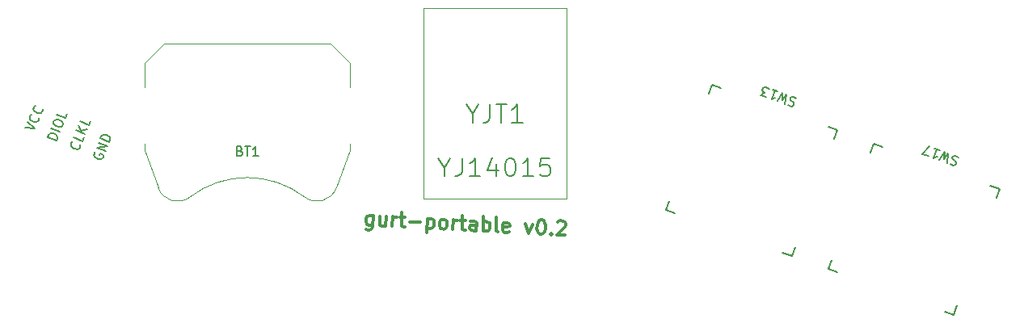
<source format=gbr>
%TF.GenerationSoftware,KiCad,Pcbnew,(6.0.4)*%
%TF.CreationDate,2022-07-13T14:09:53+02:00*%
%TF.ProjectId,kicad,6b696361-642e-46b6-9963-61645f706362,v 0.2*%
%TF.SameCoordinates,Original*%
%TF.FileFunction,Legend,Top*%
%TF.FilePolarity,Positive*%
%FSLAX46Y46*%
G04 Gerber Fmt 4.6, Leading zero omitted, Abs format (unit mm)*
G04 Created by KiCad (PCBNEW (6.0.4)) date 2022-07-13 14:09:53*
%MOMM*%
%LPD*%
G01*
G04 APERTURE LIST*
%ADD10C,0.300000*%
%ADD11C,0.150000*%
%ADD12C,0.152400*%
%ADD13C,0.100000*%
G04 APERTURE END LIST*
D10*
X137180184Y-132018736D02*
X137116633Y-133231357D01*
X137037826Y-133370281D01*
X136962757Y-133437873D01*
X136816357Y-133501727D01*
X136602365Y-133490512D01*
X136463442Y-133411705D01*
X137131586Y-132946035D02*
X136985186Y-133009889D01*
X136699864Y-132994936D01*
X136560941Y-132916128D01*
X136493348Y-132841059D01*
X136429494Y-132694660D01*
X136451924Y-132266676D01*
X136530731Y-132127753D01*
X136605800Y-132060160D01*
X136752200Y-131996306D01*
X137037522Y-132011259D01*
X137176446Y-132090067D01*
X138535467Y-132089763D02*
X138483131Y-133088393D01*
X137893491Y-132056119D02*
X137852370Y-132840756D01*
X137916224Y-132987156D01*
X138055147Y-133065963D01*
X138269139Y-133077178D01*
X138415538Y-133013324D01*
X138490607Y-132945731D01*
X139196438Y-133125776D02*
X139248774Y-132127146D01*
X139233820Y-132412469D02*
X139312628Y-132273546D01*
X139387697Y-132205953D01*
X139534096Y-132142099D01*
X139676758Y-132149576D01*
X139962080Y-132164529D02*
X140532726Y-132194435D01*
X140202240Y-131676429D02*
X140134951Y-132960381D01*
X140198805Y-133106781D01*
X140337728Y-133185588D01*
X140480390Y-133193065D01*
X141009611Y-132648587D02*
X142150902Y-132708400D01*
X142886638Y-132317798D02*
X142808134Y-133815743D01*
X142882900Y-132389129D02*
X143029300Y-132325275D01*
X143314622Y-132340228D01*
X143453545Y-132419035D01*
X143521138Y-132494104D01*
X143584992Y-132640504D01*
X143562562Y-133068488D01*
X143483755Y-133207411D01*
X143408686Y-133275004D01*
X143262286Y-133338858D01*
X142976964Y-133323905D01*
X142838041Y-133245097D01*
X144403577Y-133398670D02*
X144264654Y-133319863D01*
X144197062Y-133244794D01*
X144133208Y-133098394D01*
X144155637Y-132670410D01*
X144234445Y-132531487D01*
X144309514Y-132463895D01*
X144455913Y-132400041D01*
X144669905Y-132411256D01*
X144808828Y-132490063D01*
X144876421Y-132565132D01*
X144940275Y-132711531D01*
X144917845Y-133139515D01*
X144839038Y-133278439D01*
X144763969Y-133346031D01*
X144617569Y-133409885D01*
X144403577Y-133398670D01*
X145544868Y-133458483D02*
X145597204Y-132459853D01*
X145582251Y-132745176D02*
X145661058Y-132606253D01*
X145736127Y-132538660D01*
X145882527Y-132474806D01*
X146025188Y-132482283D01*
X146310511Y-132497236D02*
X146881156Y-132527142D01*
X146550671Y-132009136D02*
X146483382Y-133293088D01*
X146547236Y-133439488D01*
X146686159Y-133518295D01*
X146828820Y-133525772D01*
X147970111Y-133585584D02*
X148011232Y-132800947D01*
X147947378Y-132654547D01*
X147808455Y-132575740D01*
X147523133Y-132560787D01*
X147376733Y-132624641D01*
X147973850Y-133514254D02*
X147827450Y-133578108D01*
X147470797Y-133559416D01*
X147331874Y-133480609D01*
X147268019Y-133334209D01*
X147275496Y-133191548D01*
X147354303Y-133052625D01*
X147500703Y-132988771D01*
X147857356Y-133007462D01*
X148003756Y-132943608D01*
X148683418Y-133622967D02*
X148761922Y-132125023D01*
X148732016Y-132695668D02*
X148878416Y-132631814D01*
X149163738Y-132646767D01*
X149302661Y-132725575D01*
X149370254Y-132800644D01*
X149434108Y-132947043D01*
X149411678Y-133375027D01*
X149332871Y-133513950D01*
X149257802Y-133581543D01*
X149111402Y-133645397D01*
X148826080Y-133630444D01*
X148687156Y-133551636D01*
X150252693Y-133705209D02*
X150113770Y-133626402D01*
X150049916Y-133480003D01*
X150117205Y-132196050D01*
X151397722Y-133693691D02*
X151251323Y-133757545D01*
X150966000Y-133742592D01*
X150827077Y-133663785D01*
X150763223Y-133517385D01*
X150793129Y-132946740D01*
X150871936Y-132807817D01*
X151018336Y-132743963D01*
X151303659Y-132758916D01*
X151442582Y-132837723D01*
X151506436Y-132984123D01*
X151498959Y-133126784D01*
X150778176Y-133232063D01*
X153158256Y-132856111D02*
X153462574Y-133873432D01*
X153871563Y-132893494D01*
X154753699Y-132439039D02*
X154896361Y-132446515D01*
X155035284Y-132525322D01*
X155102876Y-132600391D01*
X155166730Y-132746791D01*
X155223108Y-133035852D01*
X155204416Y-133392505D01*
X155118133Y-133674090D01*
X155039325Y-133813013D01*
X154964256Y-133880605D01*
X154817857Y-133944459D01*
X154675195Y-133936983D01*
X154536272Y-133858176D01*
X154468680Y-133783107D01*
X154404826Y-133636707D01*
X154348448Y-133347646D01*
X154367140Y-132990993D01*
X154453423Y-132709408D01*
X154532231Y-132570485D01*
X154607300Y-132502893D01*
X154753699Y-132439039D01*
X155823963Y-133854134D02*
X155891555Y-133929203D01*
X155816486Y-133996795D01*
X155748894Y-133921726D01*
X155823963Y-133854134D01*
X155816486Y-133996795D01*
X156529490Y-132675157D02*
X156604559Y-132607565D01*
X156750958Y-132543711D01*
X157107612Y-132562402D01*
X157246535Y-132641209D01*
X157314127Y-132716278D01*
X157377981Y-132862678D01*
X157370505Y-133005339D01*
X157287959Y-133215593D01*
X156387132Y-134026702D01*
X157314431Y-134075299D01*
D11*
X106469070Y-124553689D02*
X106495383Y-124615679D01*
X106486020Y-124765973D01*
X106450343Y-124854276D01*
X106352676Y-124968892D01*
X106228696Y-125021519D01*
X106122554Y-125029994D01*
X105928109Y-125002792D01*
X105795655Y-124949276D01*
X105636887Y-124833771D01*
X105566422Y-124753943D01*
X105513795Y-124629963D01*
X105523159Y-124479669D01*
X105558836Y-124391366D01*
X105656503Y-124276750D01*
X105718493Y-124250436D01*
X106896303Y-123750486D02*
X106717919Y-124192002D01*
X105790735Y-123817395D01*
X107021172Y-123441424D02*
X106093988Y-123066818D01*
X107235233Y-122911605D02*
X106544868Y-123094909D01*
X106308049Y-122536998D02*
X106623807Y-123280879D01*
X107574163Y-122072724D02*
X107395778Y-122514240D01*
X106468595Y-122139634D01*
X100724939Y-122813367D02*
X101775687Y-122897264D01*
X100985426Y-122199698D01*
X102171782Y-121720379D02*
X102197010Y-121782818D01*
X102185025Y-121932925D01*
X102147812Y-122020592D01*
X102048160Y-122133487D01*
X101923280Y-122183941D01*
X101817007Y-122190563D01*
X101623066Y-122159971D01*
X101491566Y-122104152D01*
X101334838Y-121985894D01*
X101265777Y-121904848D01*
X101215322Y-121779968D01*
X101227307Y-121629861D01*
X101264520Y-121542194D01*
X101364172Y-121429300D01*
X101426612Y-121404072D01*
X102562514Y-120799874D02*
X102587741Y-120862313D01*
X102575756Y-121012420D01*
X102538543Y-121100088D01*
X102438891Y-121212982D01*
X102314011Y-121263437D01*
X102207738Y-121270058D01*
X102013797Y-121239466D01*
X101882297Y-121183648D01*
X101725569Y-121065389D01*
X101656508Y-120984343D01*
X101606053Y-120859463D01*
X101618038Y-120709356D01*
X101655251Y-120621689D01*
X101754903Y-120508795D01*
X101817343Y-120483568D01*
X104015556Y-124140373D02*
X103088372Y-123765766D01*
X103177564Y-123545008D01*
X103275231Y-123430392D01*
X103399211Y-123377765D01*
X103505352Y-123369290D01*
X103699797Y-123396492D01*
X103832252Y-123450008D01*
X103991020Y-123565513D01*
X104061485Y-123645341D01*
X104114111Y-123769321D01*
X104104748Y-123919615D01*
X104015556Y-124140373D01*
X104390162Y-123213189D02*
X103462978Y-122838582D01*
X103712716Y-122220460D02*
X103784070Y-122043853D01*
X103863898Y-121973388D01*
X103987878Y-121920762D01*
X104182323Y-121947964D01*
X104491384Y-122072833D01*
X104650152Y-122188338D01*
X104702779Y-122312318D01*
X104711253Y-122418460D01*
X104639900Y-122595066D01*
X104560071Y-122665531D01*
X104436091Y-122718158D01*
X104241647Y-122690956D01*
X103932585Y-122566087D01*
X103773817Y-122450581D01*
X103721191Y-122326601D01*
X103712716Y-122220460D01*
X105139375Y-121358821D02*
X104960991Y-121800337D01*
X104033807Y-121425731D01*
X108097353Y-125337852D02*
X108017525Y-125408317D01*
X107964009Y-125540772D01*
X107954646Y-125691065D01*
X108007272Y-125815045D01*
X108077737Y-125894873D01*
X108236505Y-126010379D01*
X108368960Y-126063894D01*
X108563405Y-126091096D01*
X108669546Y-126082621D01*
X108793526Y-126029995D01*
X108891193Y-125915378D01*
X108926870Y-125827075D01*
X108936234Y-125676782D01*
X108909920Y-125614792D01*
X108600859Y-125489923D01*
X108529506Y-125666529D01*
X109158769Y-125253104D02*
X108231586Y-124878497D01*
X109372830Y-124723285D01*
X108445646Y-124348678D01*
X109551214Y-124281769D02*
X108624031Y-123907162D01*
X108713223Y-123686404D01*
X108810889Y-123571788D01*
X108934869Y-123519161D01*
X109041011Y-123510686D01*
X109235456Y-123537888D01*
X109367911Y-123591404D01*
X109526679Y-123706909D01*
X109597144Y-123786737D01*
X109649770Y-123910717D01*
X109640406Y-124061011D01*
X109551214Y-124281769D01*
%TO.C,BT1*%
X123214285Y-125238571D02*
X123357142Y-125286190D01*
X123404761Y-125333809D01*
X123452380Y-125429047D01*
X123452380Y-125571904D01*
X123404761Y-125667142D01*
X123357142Y-125714761D01*
X123261904Y-125762380D01*
X122880952Y-125762380D01*
X122880952Y-124762380D01*
X123214285Y-124762380D01*
X123309523Y-124810000D01*
X123357142Y-124857619D01*
X123404761Y-124952857D01*
X123404761Y-125048095D01*
X123357142Y-125143333D01*
X123309523Y-125190952D01*
X123214285Y-125238571D01*
X122880952Y-125238571D01*
X123738095Y-124762380D02*
X124309523Y-124762380D01*
X124023809Y-125762380D02*
X124023809Y-124762380D01*
X125166666Y-125762380D02*
X124595238Y-125762380D01*
X124880952Y-125762380D02*
X124880952Y-124762380D01*
X124785714Y-124905238D01*
X124690476Y-125000476D01*
X124595238Y-125048095D01*
%TO.C,SW17*%
X198478591Y-125892122D02*
X198360636Y-125798515D01*
X198136900Y-125717082D01*
X198031119Y-125729256D01*
X197970085Y-125757716D01*
X197892764Y-125830924D01*
X197860191Y-125920419D01*
X197872365Y-126026200D01*
X197900825Y-126087234D01*
X197974033Y-126164554D01*
X198136736Y-126274448D01*
X198209943Y-126351769D01*
X198238404Y-126412803D01*
X198250578Y-126518584D01*
X198218005Y-126608079D01*
X198140684Y-126681286D01*
X198079650Y-126709747D01*
X197973869Y-126721921D01*
X197750133Y-126640488D01*
X197632177Y-126546880D01*
X197302660Y-126477621D02*
X197420944Y-125456495D01*
X196997654Y-126062557D01*
X197062966Y-125326201D01*
X196497209Y-126184461D01*
X195989031Y-124935321D02*
X196525998Y-125130761D01*
X196257515Y-125033041D02*
X195915495Y-125972734D01*
X196053849Y-125871066D01*
X196175917Y-125814144D01*
X196281698Y-125801970D01*
X195333780Y-125761007D02*
X194707318Y-125532994D01*
X195452064Y-124739881D01*
%TO.C,SW13*%
X181505405Y-119721295D02*
X181387450Y-119627688D01*
X181163714Y-119546255D01*
X181057933Y-119558429D01*
X180996899Y-119586889D01*
X180919578Y-119660097D01*
X180887005Y-119749592D01*
X180899179Y-119855373D01*
X180927639Y-119916407D01*
X181000847Y-119993727D01*
X181163550Y-120103621D01*
X181236757Y-120180942D01*
X181265218Y-120241976D01*
X181277392Y-120347757D01*
X181244819Y-120437252D01*
X181167498Y-120510459D01*
X181106464Y-120538920D01*
X181000683Y-120551094D01*
X180776947Y-120469661D01*
X180658991Y-120376053D01*
X180329474Y-120306794D02*
X180447758Y-119285668D01*
X180024468Y-119891730D01*
X180089780Y-119155374D01*
X179524023Y-120013634D01*
X179015845Y-118764494D02*
X179552812Y-118959934D01*
X179284329Y-118862214D02*
X178942309Y-119801907D01*
X179080663Y-119700239D01*
X179202731Y-119643317D01*
X179308512Y-119631143D01*
X178360594Y-119590180D02*
X177778880Y-119378453D01*
X178222404Y-119134482D01*
X178088162Y-119085622D01*
X178014954Y-119008301D01*
X177986494Y-118947267D01*
X177974320Y-118841486D01*
X178055753Y-118617750D01*
X178133074Y-118544542D01*
X178194108Y-118516081D01*
X178299889Y-118503908D01*
X178568372Y-118601628D01*
X178641580Y-118678948D01*
X178670041Y-118739982D01*
D12*
%TO.C,YJT1*%
X147591900Y-121330458D02*
X147591900Y-122249696D01*
X146948434Y-120319296D02*
X147591900Y-121330458D01*
X148235367Y-120319296D01*
X149430377Y-120319296D02*
X149430377Y-121698153D01*
X149338453Y-121973924D01*
X149154605Y-122157772D01*
X148878834Y-122249696D01*
X148694986Y-122249696D01*
X150073843Y-120319296D02*
X151176929Y-120319296D01*
X150625386Y-122249696D02*
X150625386Y-120319296D01*
X152831558Y-122249696D02*
X151728472Y-122249696D01*
X152280015Y-122249696D02*
X152280015Y-120319296D01*
X152096167Y-120595067D01*
X151912320Y-120778915D01*
X151728472Y-120870839D01*
X144650339Y-126969258D02*
X144650339Y-127888496D01*
X144006872Y-125958096D02*
X144650339Y-126969258D01*
X145293805Y-125958096D01*
X146488815Y-125958096D02*
X146488815Y-127336953D01*
X146396891Y-127612724D01*
X146213043Y-127796572D01*
X145937272Y-127888496D01*
X145753424Y-127888496D01*
X148419215Y-127888496D02*
X147316129Y-127888496D01*
X147867672Y-127888496D02*
X147867672Y-125958096D01*
X147683824Y-126233867D01*
X147499977Y-126417715D01*
X147316129Y-126509639D01*
X150073843Y-126601562D02*
X150073843Y-127888496D01*
X149614224Y-125866172D02*
X149154605Y-127245029D01*
X150349615Y-127245029D01*
X151452700Y-125958096D02*
X151636548Y-125958096D01*
X151820396Y-126050020D01*
X151912320Y-126141943D01*
X152004243Y-126325791D01*
X152096167Y-126693486D01*
X152096167Y-127153105D01*
X152004243Y-127520800D01*
X151912320Y-127704648D01*
X151820396Y-127796572D01*
X151636548Y-127888496D01*
X151452700Y-127888496D01*
X151268853Y-127796572D01*
X151176929Y-127704648D01*
X151085005Y-127520800D01*
X150993081Y-127153105D01*
X150993081Y-126693486D01*
X151085005Y-126325791D01*
X151176929Y-126141943D01*
X151268853Y-126050020D01*
X151452700Y-125958096D01*
X153934643Y-127888496D02*
X152831558Y-127888496D01*
X153383100Y-127888496D02*
X153383100Y-125958096D01*
X153199253Y-126233867D01*
X153015405Y-126417715D01*
X152831558Y-126509639D01*
X155681196Y-125958096D02*
X154761958Y-125958096D01*
X154670034Y-126877334D01*
X154761958Y-126785410D01*
X154945805Y-126693486D01*
X155405424Y-126693486D01*
X155589272Y-126785410D01*
X155681196Y-126877334D01*
X155773120Y-127061181D01*
X155773120Y-127520800D01*
X155681196Y-127704648D01*
X155589272Y-127796572D01*
X155405424Y-127888496D01*
X154945805Y-127888496D01*
X154761958Y-127796572D01*
X154670034Y-127704648D01*
D13*
%TO.C,BT1*%
X134780000Y-124500000D02*
X134780000Y-125130000D01*
X134780000Y-116040000D02*
X134780000Y-118500000D01*
X115300000Y-113960000D02*
X113220000Y-116040000D01*
X113220000Y-124500000D02*
X113220000Y-125130000D01*
X113220000Y-116040000D02*
X113220000Y-118500000D01*
X134780000Y-125130000D02*
X133340000Y-129080000D01*
X132700000Y-113960000D02*
X134780000Y-116040000D01*
X132700000Y-113960000D02*
X115300000Y-113960000D01*
X113220000Y-125130000D02*
X114660000Y-129080000D01*
X114660000Y-129080000D02*
G75*
G03*
X117996646Y-130066530I2030000J730001D01*
G01*
X130000000Y-130049999D02*
G75*
G03*
X133325243Y-129088169I1310000J1699999D01*
G01*
X130000000Y-130050000D02*
G75*
G03*
X117995400Y-130053536I-6000000J-7810002D01*
G01*
D11*
%TO.C,SW17*%
X198000090Y-142382733D02*
X197060398Y-142040713D01*
X185784086Y-137936471D02*
X184844394Y-137594451D01*
X184844394Y-137594451D02*
X185186414Y-136654759D01*
X189632676Y-124438755D02*
X190572368Y-124780775D01*
X201848680Y-128885017D02*
X202788372Y-129227037D01*
X202788372Y-129227037D02*
X202446352Y-130166729D01*
X189290656Y-125378447D02*
X189632676Y-124438755D01*
X198342110Y-141443041D02*
X198000090Y-142382733D01*
%TO.C,SW13*%
X181368924Y-135272214D02*
X181026904Y-136211906D01*
X172317470Y-119207620D02*
X172659490Y-118267928D01*
X185815186Y-123056210D02*
X185473166Y-123995902D01*
X184875494Y-122714190D02*
X185815186Y-123056210D01*
X172659490Y-118267928D02*
X173599182Y-118609948D01*
X167871208Y-131423624D02*
X168213228Y-130483932D01*
X168810900Y-131765644D02*
X167871208Y-131423624D01*
X181026904Y-136211906D02*
X180087212Y-135869886D01*
D13*
%TO.C,YJT1*%
X142483840Y-110251220D02*
X142483840Y-130251180D01*
X157480000Y-110251220D02*
X142483840Y-110251220D01*
X142483840Y-130251180D02*
X157480000Y-130251180D01*
X157480000Y-130251180D02*
X157480000Y-110251220D01*
%TD*%
M02*

</source>
